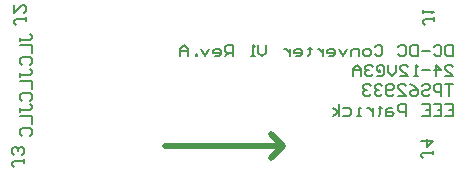
<source format=gbo>
G04*
G04 #@! TF.GenerationSoftware,Altium Limited,Altium Designer,23.9.2 (47)*
G04*
G04 Layer_Color=32896*
%FSLAX25Y25*%
%MOIN*%
G70*
G04*
G04 #@! TF.SameCoordinates,48698AD6-0B35-4497-AB79-32B575EC37EE*
G04*
G04*
G04 #@! TF.FilePolarity,Positive*
G04*
G01*
G75*
%ADD13C,0.00799*%
%ADD37C,0.02000*%
D13*
X155106Y43556D02*
Y39620D01*
X153138D01*
X152482Y40276D01*
Y42900D01*
X153138Y43556D01*
X155106D01*
X148547Y42900D02*
X149203Y43556D01*
X150515D01*
X151171Y42900D01*
Y40276D01*
X150515Y39620D01*
X149203D01*
X148547Y40276D01*
X147235Y41588D02*
X144611D01*
X143299Y43556D02*
Y39620D01*
X141331D01*
X140675Y40276D01*
Y42900D01*
X141331Y43556D01*
X143299D01*
X136740Y42900D02*
X137396Y43556D01*
X138707D01*
X139363Y42900D01*
Y40276D01*
X138707Y39620D01*
X137396D01*
X136740Y40276D01*
X128868Y42900D02*
X129524Y43556D01*
X130836D01*
X131492Y42900D01*
Y40276D01*
X130836Y39620D01*
X129524D01*
X128868Y40276D01*
X126900Y39620D02*
X125588D01*
X124932Y40276D01*
Y41588D01*
X125588Y42244D01*
X126900D01*
X127556Y41588D01*
Y40276D01*
X126900Y39620D01*
X123620D02*
Y42244D01*
X121652D01*
X120997Y41588D01*
Y39620D01*
X119685Y42244D02*
X118373Y39620D01*
X117061Y42244D01*
X113781Y39620D02*
X115093D01*
X115749Y40276D01*
Y41588D01*
X115093Y42244D01*
X113781D01*
X113125Y41588D01*
Y40932D01*
X115749D01*
X111813Y42244D02*
Y39620D01*
Y40932D01*
X111157Y41588D01*
X110501Y42244D01*
X109845D01*
X107221Y42900D02*
Y42244D01*
X107877D01*
X106565D01*
X107221D01*
Y40276D01*
X106565Y39620D01*
X102630D02*
X103942D01*
X104598Y40276D01*
Y41588D01*
X103942Y42244D01*
X102630D01*
X101974Y41588D01*
Y40932D01*
X104598D01*
X100662Y42244D02*
Y39620D01*
Y40932D01*
X100006Y41588D01*
X99350Y42244D01*
X98694D01*
X92790Y43556D02*
Y40932D01*
X91479Y39620D01*
X90167Y40932D01*
Y43556D01*
X88855Y39620D02*
X87543D01*
X88199D01*
Y43556D01*
X88855Y42900D01*
X81639Y39620D02*
Y43556D01*
X79671D01*
X79015Y42900D01*
Y41588D01*
X79671Y40932D01*
X81639D01*
X80327D02*
X79015Y39620D01*
X75736D02*
X77047D01*
X77703Y40276D01*
Y41588D01*
X77047Y42244D01*
X75736D01*
X75080Y41588D01*
Y40932D01*
X77703D01*
X73768Y42244D02*
X72456Y39620D01*
X71144Y42244D01*
X69832Y39620D02*
Y40276D01*
X69176D01*
Y39620D01*
X69832D01*
X66552D02*
Y42244D01*
X65240Y43556D01*
X63928Y42244D01*
Y39620D01*
Y41588D01*
X66552D01*
X152482Y32979D02*
X155106D01*
X152482Y35603D01*
Y36259D01*
X153138Y36915D01*
X154450D01*
X155106Y36259D01*
X149203Y32979D02*
Y36915D01*
X151171Y34947D01*
X148547D01*
X147235D02*
X144611D01*
X143299Y32979D02*
X141987D01*
X142643D01*
Y36915D01*
X143299Y36259D01*
X137396Y32979D02*
X140019D01*
X137396Y35603D01*
Y36259D01*
X138051Y36915D01*
X139363D01*
X140019Y36259D01*
X136084Y36915D02*
Y34291D01*
X134772Y32979D01*
X133460Y34291D01*
Y36915D01*
X130180Y34291D02*
Y34947D01*
X130836D01*
Y34291D01*
X130180D01*
X129524Y34947D01*
Y36259D01*
X130180Y36915D01*
X131492D01*
X132148Y36259D01*
Y33635D01*
X131492Y32979D01*
X129524D01*
X128212Y36259D02*
X127556Y36915D01*
X126244D01*
X125588Y36259D01*
Y35603D01*
X126244Y34947D01*
X126900D01*
X126244D01*
X125588Y34291D01*
Y33635D01*
X126244Y32979D01*
X127556D01*
X128212Y33635D01*
X124276Y32979D02*
Y35603D01*
X122964Y36915D01*
X121652Y35603D01*
Y32979D01*
Y34947D01*
X124276D01*
X155106Y30274D02*
X152482D01*
X153794D01*
Y26338D01*
X151171D02*
Y30274D01*
X149203D01*
X148547Y29618D01*
Y28306D01*
X149203Y27650D01*
X151171D01*
X144611Y29618D02*
X145267Y30274D01*
X146579D01*
X147235Y29618D01*
Y28962D01*
X146579Y28306D01*
X145267D01*
X144611Y27650D01*
Y26994D01*
X145267Y26338D01*
X146579D01*
X147235Y26994D01*
X140675Y30274D02*
X141987Y29618D01*
X143299Y28306D01*
Y26994D01*
X142643Y26338D01*
X141331D01*
X140675Y26994D01*
Y27650D01*
X141331Y28306D01*
X143299D01*
X136740Y26338D02*
X139363D01*
X136740Y28962D01*
Y29618D01*
X137396Y30274D01*
X138707D01*
X139363Y29618D01*
X135428Y26994D02*
X134772Y26338D01*
X133460D01*
X132804Y26994D01*
Y29618D01*
X133460Y30274D01*
X134772D01*
X135428Y29618D01*
Y28962D01*
X134772Y28306D01*
X132804D01*
X131492Y29618D02*
X130836Y30274D01*
X129524D01*
X128868Y29618D01*
Y28962D01*
X129524Y28306D01*
X130180D01*
X129524D01*
X128868Y27650D01*
Y26994D01*
X129524Y26338D01*
X130836D01*
X131492Y26994D01*
X127556Y29618D02*
X126900Y30274D01*
X125588D01*
X124932Y29618D01*
Y28962D01*
X125588Y28306D01*
X126244D01*
X125588D01*
X124932Y27650D01*
Y26994D01*
X125588Y26338D01*
X126900D01*
X127556Y26994D01*
X152482Y23633D02*
X155106D01*
Y19697D01*
X152482D01*
X155106Y21665D02*
X153794D01*
X148547Y23633D02*
X151171D01*
Y19697D01*
X148547D01*
X151171Y21665D02*
X149859D01*
X144611Y23633D02*
X147235D01*
Y19697D01*
X144611D01*
X147235Y21665D02*
X145923D01*
X139363Y19697D02*
Y23633D01*
X137396D01*
X136740Y22977D01*
Y21665D01*
X137396Y21009D01*
X139363D01*
X134772Y22321D02*
X133460D01*
X132804Y21665D01*
Y19697D01*
X134772D01*
X135428Y20353D01*
X134772Y21009D01*
X132804D01*
X130836Y22977D02*
Y22321D01*
X131492D01*
X130180D01*
X130836D01*
Y20353D01*
X130180Y19697D01*
X128212Y22321D02*
Y19697D01*
Y21009D01*
X127556Y21665D01*
X126900Y22321D01*
X126244D01*
X124276Y19697D02*
X122964D01*
X123620D01*
Y22321D01*
X124276D01*
X118373D02*
X120341D01*
X120997Y21665D01*
Y20353D01*
X120341Y19697D01*
X118373D01*
X117061D02*
Y23633D01*
Y21009D02*
X115093Y22321D01*
X117061Y21009D02*
X115093Y19697D01*
X10619Y44609D02*
Y45920D01*
Y45264D01*
X13899D01*
X14555Y45920D01*
Y46576D01*
X13899Y47232D01*
X10619Y43297D02*
X14555D01*
Y40673D01*
X11275Y36737D02*
X10619Y37393D01*
Y38705D01*
X11275Y39361D01*
X13899D01*
X14555Y38705D01*
Y37393D01*
X13899Y36737D01*
X10619Y32801D02*
Y34113D01*
Y33457D01*
X13899D01*
X14555Y34113D01*
Y34769D01*
X13899Y35425D01*
X10619Y31489D02*
X14555D01*
Y28866D01*
X11275Y24930D02*
X10619Y25586D01*
Y26898D01*
X11275Y27554D01*
X13899D01*
X14555Y26898D01*
Y25586D01*
X13899Y24930D01*
X10619Y20994D02*
Y22306D01*
Y21650D01*
X13899D01*
X14555Y22306D01*
Y22962D01*
X13899Y23618D01*
X10619Y19682D02*
X14555D01*
Y17058D01*
X11275Y13123D02*
X10619Y13779D01*
Y15090D01*
X11275Y15746D01*
X13899D01*
X14555Y15090D01*
Y13779D01*
X13899Y13123D01*
X148424Y8249D02*
Y6938D01*
Y7594D01*
X145145D01*
X144489Y6938D01*
Y6282D01*
X145145Y5626D01*
X144489Y11529D02*
X148424D01*
X146457Y9561D01*
Y12185D01*
X12041Y5494D02*
Y4182D01*
Y4838D01*
X8761D01*
X8105Y4182D01*
Y3526D01*
X8761Y2870D01*
X11385Y6806D02*
X12041Y7462D01*
Y8773D01*
X11385Y9429D01*
X10729D01*
X10073Y8773D01*
Y8117D01*
Y8773D01*
X9417Y9429D01*
X8761D01*
X8105Y8773D01*
Y7462D01*
X8761Y6806D01*
X12588Y52678D02*
Y51366D01*
Y52022D01*
X9308D01*
X8652Y51366D01*
Y50710D01*
X9308Y50054D01*
X8652Y56614D02*
Y53990D01*
X11276Y56614D01*
X11932D01*
X12588Y55958D01*
Y54646D01*
X11932Y53990D01*
X148818Y52636D02*
Y51324D01*
Y51980D01*
X145538D01*
X144883Y51324D01*
Y50668D01*
X145538Y50012D01*
X144883Y53948D02*
Y55260D01*
Y54603D01*
X148818D01*
X148162Y53948D01*
D37*
X94488Y13780D02*
X98425Y9843D01*
X94488Y5906D02*
X98425Y9843D01*
X59055D02*
X98425D01*
M02*

</source>
